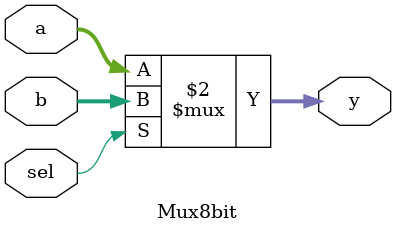
<source format=v>
module mac(In1, In2 , MacOut , CLK , rst);

    input [31:0] In1,In2;					//Inputs to MAC unit
    output [31:0] MacOut;					//Output of MAC unit
    input CLK,rst;						//Clk and rst lines for MAC unit

    reg [31:0] In1_reg     = 32'b0;				//Register to Hold In1 value
    reg [31:0] In2_reg     = 32'b0;				//Register to Hold In2 value
    reg [31:0] accumulator = 32'b0;				//Register to Hold Accumulator


    //Intermediate wires

    wire [31:0] mult_Out;
    wire [31:0] add_Out;
    wire [31:0] Out;
    
    //Top level Connections
        
    Multiplier M1(In1_reg,In2_reg,mult_Out);
    float_add F1(mult_Out,MacOut,add_Out);
    assign MacOut = accumulator;

    //Describing functionality of circuit with clock and reset

    always @(posedge CLK)
    begin
        //Clearing all registers
        if(~rst)
            begin
                In1_reg <= 0;
                In2_reg <= 0;
                accumulator<=0;
            end
        else
        //Moving data into input registers and data out to output registers
            begin
                In1_reg <= In1;
                In2_reg <= In2;
                accumulator<=add_Out;
        end
    end
endmodule


//Single Precision Multiplier Unit Implementation


module Multiplier(A,B,C);

    input [31:0] A,B;					//inputs to Multiplier A,B
    output [31:0] C;					//output of Multiplier C

    //Intermediate Values

    wire [47:0] X;					
    wire [7:0] X_s;
    wire [7:0] exponent_out;
    wire [1:0] dummy_carry;
    wire zeroCheck;

    // Sign Bit Calculation

    assign C[31] = A[31]^B[31];
	
    // Mantissa Bits Calculations

    TreeMultiplier U1(A[22:0],B[22:0],X) ;
    assign comp_out = (X[47]==1'b1) ? 1'b1 : 1'b0 ;
    Mux um1(X[45:23],X[46:24],X[47],C[22:0]);

    // Exponent Bits Calculations

    ripple_carry_adder_8bit ua1(A[30:23],B[30:23],1'b0,X_s,dummy_carry[0]);
    ripple_carry_adder_8bit ua2(X_s,8'b10000001,X[47],exponent_out,dummy_carry[1]);
    Mux8bit um2(8'b0,exponent_out,zeroCheck,C[30:23]);
    zeroDetect Uz1 (A[30:23],B[30:23],zeroCheck);   

endmodule


// Implementing single precision Float adder 

module float_add (
    input  [31:0] a,      
    input  [31:0] b,       
    output [31:0] result 
);

   
    wire sign_a = a[31];
    wire [7:0] exp_a = a[30:23];
    wire [23:0] mant_a = {1'b1, a[22:0]}; // Add implicit leading 1

    wire sign_b = b[31];
    wire [7:0] exp_b = b[30:23];
    wire [23:0] mant_b = {1'b1, b[22:0]}; // Add implicit leading 1

    // Compare exponents and align mantissas
    wire [7:0] exp_diff;
    wire [23:0] mant_a_shifted, mant_b_shifted;
    wire [7:0] exp_large;
    wire sign_large;

    assign exp_diff = (exp_a > exp_b) ? (exp_a - exp_b) : (exp_b - exp_a);
    assign exp_large = (exp_a > exp_b) ? exp_a : exp_b;
    assign sign_large = (exp_a > exp_b) ? sign_a : sign_b;

    // Shift the smaller mantissa to align with the larger exponent
    assign mant_a_shifted = (exp_a > exp_b) ? mant_a : (mant_a >> exp_diff);
    assign mant_b_shifted = (exp_b > exp_a) ? mant_b : (mant_b >> exp_diff);

    // Add or subtract mantissas based on the signs
    wire [24:0] mantissa_sum;
    wire [24:0] mantissa_diff;
    wire [24:0] mantissa_result;

    assign mantissa_sum = (sign_a == sign_b) ? (mant_a_shifted + mant_b_shifted) : 25'b0;
    assign mantissa_diff = (sign_a != sign_b) ? 
        ((mant_a_shifted > mant_b_shifted) ? (mant_a_shifted - mant_b_shifted) : (mant_b_shifted - mant_a_shifted)) : 25'b0;

    assign mantissa_result = (sign_a == sign_b) ? mantissa_sum : mantissa_diff;

    // Normalize result
    wire [24:0] normalized_mantissa;
    wire [7:0] normalized_exponent;
    wire normalized_sign;

    assign normalized_mantissa = (mantissa_result[24]) ? mantissa_result >> 1 : mantissa_result;
    assign normalized_exponent = (mantissa_result[24]) ? exp_large + 1 : exp_large;

  
    wire [24:0] final_mantissa;
    wire [7:0] final_exponent;
    assign final_mantissa = (normalized_mantissa[23]) ? normalized_mantissa : normalized_mantissa << 1;
    assign final_exponent = (normalized_mantissa[23]) ? normalized_exponent : normalized_exponent - 1;

    // sign
    assign normalized_sign = (sign_a == sign_b) ? sign_a : (mant_a_shifted > mant_b_shifted ? sign_a : sign_b);

    //final result
    assign result = {normalized_sign, final_exponent, final_mantissa[22:0]};

endmodule



// Zero Detect Unit Implementation

module zeroDetect(A1,B1,status);

    input [7:0] A1,B1;				//Input bits to module
    output status;				//Status bit indicating output

    wire [13:0] temp;

    assign temp[0] = A1[0] | B1[0];
    assign temp[1] = A1[1] | B1[1];
    assign temp[2] = A1[2] | B1[2];
    assign temp[3] = A1[3] | B1[3];
    assign temp[4] = A1[4] | B1[4];
    assign temp[5] = A1[5] | B1[5];
    assign temp[6] = A1[6] | B1[6];
    assign temp[7] = A1[7] | B1[7];
    assign temp[8] = temp[0] | temp[1];
    assign temp[9] = temp[2] | temp[3];
    assign temp[10] = temp[4] | temp[5];
    assign temp[11] = temp[6] | temp[7];
    assign temp[12] = temp[8] | temp[9];
    assign temp[13] = temp[10] | temp[11];

    assign status = temp[12] | temp[13];

endmodule


// 8-bit Ripple Carry Adder Module


module ripple_carry_adder_8bit (
    input [7:0] A,   // First 8-bit input
    input [7:0] B,   // Second 8-bit input
    input Cin,       // Carry input
    output [7:0] Sum, // 8-bit Sum output
    output Cout      // Final Carry output
);
    wire [7:0] carry; // Internal carry wires

    // Instantiate 8 Full Adders
    full_adder fa0 (A[0], B[0], Cin,   Sum[0], carry[0]);
    full_adder fa1 (A[1], B[1], carry[0], Sum[1], carry[1]);
    full_adder fa2 (A[2], B[2], carry[1], Sum[2], carry[2]);
    full_adder fa3 (A[3], B[3], carry[2], Sum[3], carry[3]);
    full_adder fa4 (A[4], B[4], carry[3], Sum[4], carry[4]);
    full_adder fa5 (A[5], B[5], carry[4], Sum[5], carry[5]);
    full_adder fa6 (A[6], B[6], carry[5], Sum[6], carry[6]);
    full_adder fa7 (A[7], B[7], carry[6], Sum[7], Cout);
endmodule


// 1 Bit Full adder Implementation

module full_adder (
    input a,         // First input bit
    input b,         // Second input bit
    input cin,       // Carry input
    output sum,      // Sum output
    output cout      // Carry output
);
    assign sum = a ^ b ^ cin;       // XOR for sum
    assign cout = (a & b) | (b & cin) | (a & cin); // Carry-out
endmodule



// Tree Multiplier implementation

module TreeMultiplier(A,B,D);


    	input [22:0] A, B;				//Inputs to module 
    	output [47:0] D;				//Output to module

    	//Intermediate Wires

    	wire [23:0] A_m ; 
    	wire [23:0] B_m;
    	wire [47:0] S_m  [11:0];
    	wire [47:0] Q_m  [5:0];
    	wire [47:0] Qn_m [2:0];
    	wire [47:0] U ;
    	wire [47:0] D ;
    	wire [47:0] AB_m [23:0];

    	//Appending the hidden bit
    	assign A_m = {1'b1,A};
    	assign B_m = {1'b1,B};

	//Generating Partial Products

        assign AB_m[0]= (B_m[0]==1'b1) ? ({24'b0,A_m}) : {48'b0} ;
        assign AB_m[1]= (B_m[1]==1'b1) ? ({23'b0,A_m,1'b0}) : {48'b0} ;
        assign AB_m[2]= (B_m[2]==1'b1) ? ({22'b0,A_m,2'b0}) : {48'b0} ;
        assign AB_m[3]= (B_m[3]==1'b1) ? ({21'b0,A_m,3'b0}) : {48'b0} ;
        assign AB_m[4]= (B_m[4]==1'b1) ? ({20'b0,A_m,4'b0}) : {48'b0} ;
        assign AB_m[5]= (B_m[5]==1'b1) ? ({19'b0,A_m,5'b0}) : {48'b0} ;
        assign AB_m[6]= (B_m[6]==1'b1) ? ({18'b0,A_m,6'b0}) : {48'b0} ;
        assign AB_m[7]= (B_m[7]==1'b1) ? ({17'b0,A_m,7'b0}) : {48'b0} ;
        assign AB_m[8]= (B_m[8]==1'b1) ? ({16'b0,A_m,8'b0}) : {48'b0} ;
        assign AB_m[9]= (B_m[9]==1'b1) ? ({15'b0,A_m,9'b0}) : {48'b0} ;
        assign AB_m[10]= (B_m[10]==1'b1) ? ({14'b0,A_m,10'b0}) : {48'b0} ;
        assign AB_m[11]= (B_m[11]==1'b1) ? ({13'b0,A_m,11'b0}) : {48'b0} ;
        assign AB_m[12]= (B_m[12]==1'b1) ? ({12'b0,A_m,12'b0}) : {48'b0} ;
        assign AB_m[13]= (B_m[13]==1'b1) ? ({11'b0,A_m,13'b0}) : {48'b0} ;
        assign AB_m[14]= (B_m[14]==1'b1) ? ({10'b0,A_m,14'b0}) : {48'b0} ;
        assign AB_m[15]= (B_m[15]==1'b1) ? ({9'b0,A_m,15'b0})  : {48'b0} ;
        assign AB_m[16]= (B_m[16]==1'b1) ? ({8'b0,A_m,16'b0})  : {48'b0} ;
        assign AB_m[17]= (B_m[17]==1'b1) ? ({7'b0,A_m,17'b0})  : {48'b0} ;
        assign AB_m[18]= (B_m[18]==1'b1) ? ({6'b0,A_m,18'b0})  : {48'b0} ;
        assign AB_m[19]= (B_m[19]==1'b1) ? ({5'b0,A_m,19'b0})  : {48'b0} ;
        assign AB_m[20]= (B_m[20]==1'b1) ? ({4'b0,A_m,20'b0})  : {48'b0} ;
        assign AB_m[21]= (B_m[21]==1'b1) ? ({3'b0,A_m,21'b0})  : {48'b0} ;
        assign AB_m[22]= (B_m[22]==1'b1) ? ({2'b0,A_m,22'b0})  : {48'b0} ;
        assign AB_m[23]= (B_m[23]==1'b1) ? ({1'b0,A_m,23'b0})  : {48'b0} ;

	// Tree based Adder Implementation

	//Stage 1       
 
        customAdder U1(AB_m[0],AB_m[1],S_m[0]);
        customAdder U2(AB_m[2],AB_m[3],S_m[1]);
        customAdder U3(AB_m[4],AB_m[5],S_m[2]);
        customAdder U4(AB_m[6],AB_m[7],S_m[3]);
        customAdder U5(AB_m[8],AB_m[9],S_m[4]);
        customAdder U6(AB_m[10],AB_m[11],S_m[5]);
        customAdder U7(AB_m[12],AB_m[13],S_m[6]);
        customAdder U8(AB_m[14],AB_m[15],S_m[7]);
        customAdder U9(AB_m[16],AB_m[17],S_m[8]);
        customAdder U10(AB_m[18],AB_m[19],S_m[9]);
        customAdder U11(AB_m[20],AB_m[21],S_m[10]);
        customAdder U12(AB_m[22],AB_m[23],S_m[11]);
	
	//Stage 2

        customAdder U13(S_m[0],S_m[1],Q_m[0]);
        customAdder U14(S_m[2],S_m[3],Q_m[1]);
        customAdder U15(S_m[4],S_m[5],Q_m[2]);
        customAdder U16(S_m[6],S_m[7],Q_m[3]);
        customAdder U17(S_m[8],S_m[9],Q_m[4]);
        customAdder U18(S_m[10],S_m[11],Q_m[5]);

	//Stage 3

        customAdder U19(Q_m[0],Q_m[1],Qn_m[0]);
        customAdder U20(Q_m[2],Q_m[3],Qn_m[1]);
        customAdder U21(Q_m[4],Q_m[5],Qn_m[2]);

	//Stage 4

        customAdder U22(Qn_m[0],Qn_m[1],U);
        customAdder U23(U,Qn_m[2],D);
        
endmodule


//Custom Adder Implementation

module customAdder(A_ca,B_ca,Sum_ca);

    input [47:0] A_ca;					//input  to Module
    input [47:0] B_ca;					//input  to Module
    output [47:0] Sum_ca;				//Output to Module

    wire [2:0] carry_temp;				

   //Custom adder built using 3 BK adders

    BkAdder16 u1(A_ca[15:0],B_ca[15:0],1'b0,Sum_ca[15:0],carry_temp[0]);
    BkAdder16 u2(A_ca[31:16],B_ca[31:16],carry_temp[0],Sum_ca[31:16],carry_temp[1]);
    BkAdder16 u3(A_ca[47:32],B_ca[47:32],carry_temp[1],Sum_ca[47:32],carry_temp[2]);


endmodule




//16 Bit BK adder Implementation


module BkAdder16(A_in,B_in,Carry_in,Sum_out,Carry_out);

    //Module port definitions
    input wire [15:0] A_in,B_in;
    input wire Carry_in;

    output wire [15:0]Sum_out;
    output wire Carry_out;

    //Intermediate wire connections
    wire [15:0] Prop,Gen;                   //Holds the Propogate and Generate signals from each stage
    wire[15:0] Carry_inter;                 //Holds the Carry_outs from each stage ie, Carry_inter[0]==> Carry_out of zeroth stage
    wire [14:0] Prop_inter;                 
    wire [14:0] Gen_inter;


    //Generation of P and G signals
    PgGenerationBlock instance1(A_in,B_in,Prop,Gen);   

    //Generation of Group Generate and Propogate signals
    //First level 
    GroupGPBlock instance1_0(Gen[1],Prop[1],Gen[0],Prop[0],Prop_inter[0],Gen_inter[0]); 
    GroupGPBlock instance3_2(Gen[3],Prop[3],Gen[2],Prop[2],Prop_inter[1],Gen_inter[1]);

    GroupGPBlock instance5_4(Gen[5],Prop[5],Gen[4],Prop[4],Prop_inter[2],Gen_inter[2]);
    GroupGPBlock instance7_6(Gen[7],Prop[7],Gen[6],Prop[6],Prop_inter[3],Gen_inter[3]);

    GroupGPBlock instance9_8(Gen[9],Prop[9],Gen[8],Prop[8],Prop_inter[4],Gen_inter[4]);
    GroupGPBlock instance11_10(Gen[11],Prop[11],Gen[10],Prop[10],Prop_inter[5],Gen_inter[5]);

    GroupGPBlock instance13_12(Gen[13],Prop[13],Gen[12],Prop[12],Prop_inter[6],Gen_inter[6]);
    GroupGPBlock instance15_14(Gen[15],Prop[15],Gen[14],Prop[14],Prop_inter[7],Gen_inter[7]);
    
    //Second level
    GroupGPBlock instance3_0(Gen_inter[1],Prop_inter[1],Gen_inter[0],Prop_inter[0],Prop_inter[8],Gen_inter[8]);
    GroupGPBlock instance7_4(Gen_inter[3],Prop_inter[3],Gen_inter[2],Prop_inter[2],Prop_inter[9],Gen_inter[9]);
    GroupGPBlock instance11_8(Gen_inter[5],Prop_inter[5],Gen_inter[4],Prop_inter[4],Prop_inter[10],Gen_inter[10]);
    GroupGPBlock instance15_12(Gen_inter[7],Prop_inter[7],Gen_inter[6],Prop_inter[6],Prop_inter[11],Gen_inter[11]);
    
    //Third level
    GroupGPBlock instance7_0(Gen_inter[9],Prop_inter[9],Gen_inter[8],Prop_inter[8],Prop_inter[12],Gen_inter[12]);
    GroupGPBlock instance15_8(Gen_inter[11],Prop_inter[11],Gen_inter[10],Prop_inter[10],Prop_inter[13],Gen_inter[13]);

    //Final level
    GroupGPBlock instance15_0(Gen_inter[13],Prop_inter[13],Gen_inter[12],Prop_inter[12],Prop_inter[14],Gen_inter[14]);

    //Carry generation from group propogate and generate terms
    assign Carry_inter[0]=Gen[0]|(Prop[0]&Carry_in);
    assign Carry_inter[1]=Gen_inter[0]|(Prop_inter[0]&Carry_in);
    assign Carry_inter[2]=Gen[2]|(Prop[2]&Carry_inter[1]);
    assign Carry_inter[3]=Gen_inter[8]|(Prop_inter[8]&Carry_in);
    assign Carry_inter[4]=Gen[4]|(Prop[4]&Carry_inter[3]);
    assign Carry_inter[5]=Gen[5]|(Prop[5]&Carry_inter[4]);
    assign Carry_inter[6]=Gen[6]|(Prop[6]&Carry_inter[5]);
    assign Carry_inter[7]=Gen_inter[12]|(Prop_inter[12]&Carry_in);
    assign Carry_inter[8]=Gen[8]|(Prop[8]&Carry_inter[7]);
    assign Carry_inter[9]=Gen[9]|(Prop[9]&Carry_inter[8]);
    assign Carry_inter[10]=Gen[10]|(Prop[10]&Carry_inter[9]);
    assign Carry_inter[11]=Gen[11]|(Prop[11]&Carry_inter[10]);
    assign Carry_inter[12]=Gen[12]|(Prop[12]&Carry_inter[11]);
    assign Carry_inter[13]=Gen[13]|(Prop[13]&Carry_inter[12]);
    assign Carry_inter[14]=Gen[14]|(Prop[14]&Carry_inter[13]);
    assign Carry_inter[15]=Gen_inter[14]|(Prop_inter[14]&Carry_in);

    //Carry Vector which holds the input carry to all stage 0 to 15
    wire [15:0] Carry_Vector={Carry_inter[14:0],Carry_in};

    //Final Carry Out 
    assign Carry_out = Carry_inter[15];

    //Generating Sum at each stage by xor ing the propogate with Carryin of each stage
    assign Sum_out = Prop ^ Carry_Vector;

endmodule

//Group generate and propogate creation block
module GroupGPBlock(Gen_H,Prop_H,Gen_L,Prop_L,G_Prop,G_Gen);

    input wire Gen_H,Gen_L,Prop_H,Prop_L;
    output wire G_Gen,G_Prop;
    assign G_Gen = Gen_H |(Prop_H&Gen_L);
    assign G_Prop = Prop_H&Prop_L;

endmodule


//Propogate and Generate creation block
module PgGenerationBlock(A,B,P,G);

    input wire [15:0] A,B;
    output [15:0] P,G;

    assign P = A^B;
    assign G = A&B;


endmodule

//23 bit data MUX

module Mux(a,b,sel,y);

    input [22:0] a;
    input [22:0] b;
    input sel;
    output [22:0] y;
    assign y = (sel==1'b0)?a:b;

endmodule

//8 bit data MUX

module Mux8bit(a,b,sel,y);

    input [7:0] a;
    input [7:0] b;
    input sel;
    output [7:0] y;
    assign y = (sel==1'b0)?a:b;

endmodule







</source>
